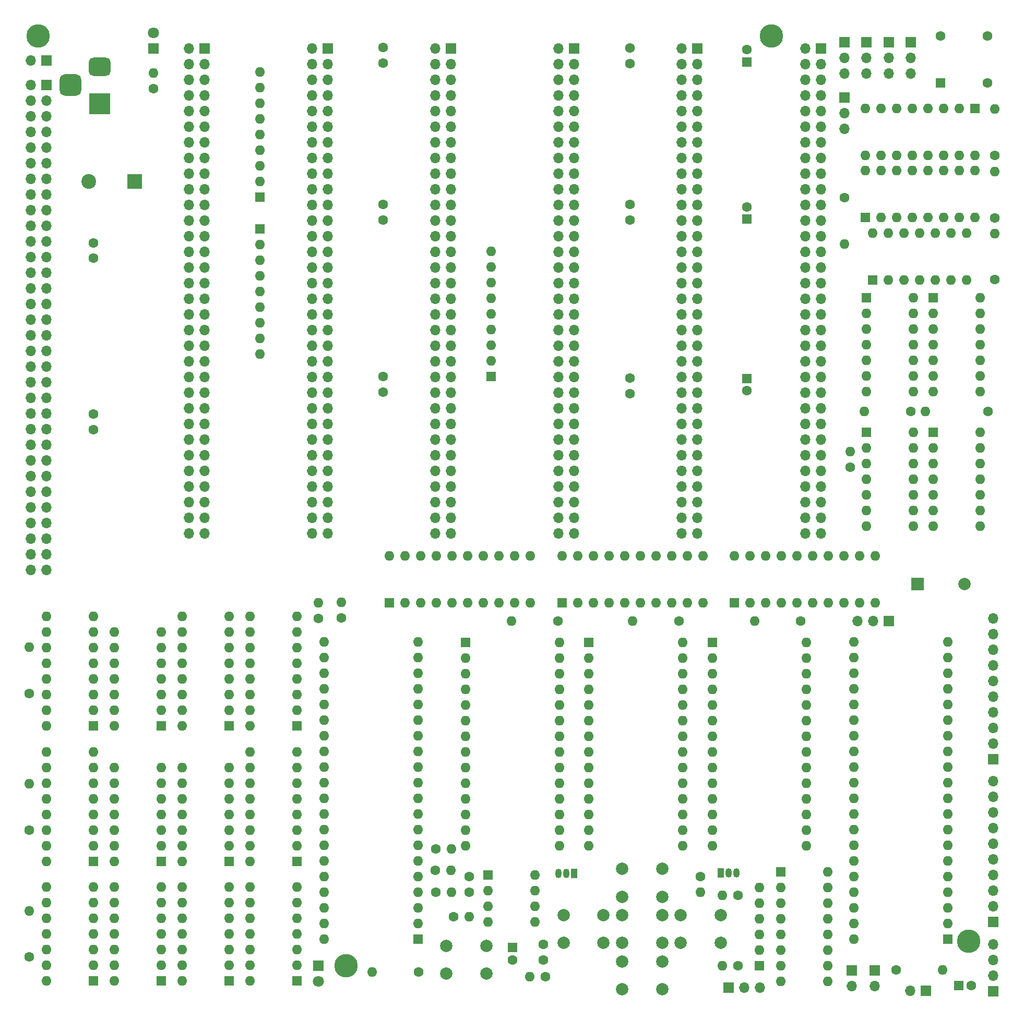
<source format=gbr>
%TF.GenerationSoftware,KiCad,Pcbnew,(7.0.0)*%
%TF.CreationDate,2023-04-03T18:31:55+02:00*%
%TF.ProjectId,EXP6502,45585036-3530-4322-9e6b-696361645f70,rev?*%
%TF.SameCoordinates,Original*%
%TF.FileFunction,Soldermask,Top*%
%TF.FilePolarity,Negative*%
%FSLAX46Y46*%
G04 Gerber Fmt 4.6, Leading zero omitted, Abs format (unit mm)*
G04 Created by KiCad (PCBNEW (7.0.0)) date 2023-04-03 18:31:55*
%MOMM*%
%LPD*%
G01*
G04 APERTURE LIST*
G04 Aperture macros list*
%AMRoundRect*
0 Rectangle with rounded corners*
0 $1 Rounding radius*
0 $2 $3 $4 $5 $6 $7 $8 $9 X,Y pos of 4 corners*
0 Add a 4 corners polygon primitive as box body*
4,1,4,$2,$3,$4,$5,$6,$7,$8,$9,$2,$3,0*
0 Add four circle primitives for the rounded corners*
1,1,$1+$1,$2,$3*
1,1,$1+$1,$4,$5*
1,1,$1+$1,$6,$7*
1,1,$1+$1,$8,$9*
0 Add four rect primitives between the rounded corners*
20,1,$1+$1,$2,$3,$4,$5,0*
20,1,$1+$1,$4,$5,$6,$7,0*
20,1,$1+$1,$6,$7,$8,$9,0*
20,1,$1+$1,$8,$9,$2,$3,0*%
G04 Aperture macros list end*
%ADD10C,1.600000*%
%ADD11O,1.600000X1.600000*%
%ADD12R,1.600000X1.600000*%
%ADD13R,1.700000X1.700000*%
%ADD14O,1.700000X1.700000*%
%ADD15C,3.800000*%
%ADD16R,1.050000X1.500000*%
%ADD17O,1.050000X1.500000*%
%ADD18C,2.000000*%
%ADD19R,2.000000X2.000000*%
%ADD20R,1.800000X1.800000*%
%ADD21C,1.800000*%
%ADD22R,3.500000X3.500000*%
%ADD23RoundRect,0.750000X-1.000000X0.750000X-1.000000X-0.750000X1.000000X-0.750000X1.000000X0.750000X0*%
%ADD24RoundRect,0.875000X-0.875000X0.875000X-0.875000X-0.875000X0.875000X-0.875000X0.875000X0.875000X0*%
%ADD25R,2.400000X2.400000*%
%ADD26C,2.400000*%
G04 APERTURE END LIST*
D10*
%TO.C,R2*%
X21750000Y-11545000D03*
D11*
X21749999Y-9004999D03*
%TD*%
D12*
%TO.C,U15*%
X22999999Y-136999999D03*
D11*
X22999999Y-134459999D03*
X22999999Y-131919999D03*
X22999999Y-129379999D03*
X22999999Y-126839999D03*
X22999999Y-124299999D03*
X22999999Y-121759999D03*
X15379999Y-121759999D03*
X15379999Y-124299999D03*
X15379999Y-126839999D03*
X15379999Y-129379999D03*
X15379999Y-131919999D03*
X15379999Y-134459999D03*
X15379999Y-136999999D03*
%TD*%
D13*
%TO.C,J11*%
X4364999Y-6999999D03*
D14*
X1824999Y-6999999D03*
%TD*%
D12*
%TO.C,U5*%
X112384999Y-101459999D03*
D11*
X112384999Y-103999999D03*
X112384999Y-106539999D03*
X112384999Y-109079999D03*
X112384999Y-111619999D03*
X112384999Y-114159999D03*
X112384999Y-116699999D03*
X112384999Y-119239999D03*
X112384999Y-121779999D03*
X112384999Y-124319999D03*
X112384999Y-126859999D03*
X112384999Y-129399999D03*
X112384999Y-131939999D03*
X112384999Y-134479999D03*
X127624999Y-134479999D03*
X127624999Y-131939999D03*
X127624999Y-129399999D03*
X127624999Y-126859999D03*
X127624999Y-124319999D03*
X127624999Y-121779999D03*
X127624999Y-119239999D03*
X127624999Y-116699999D03*
X127624999Y-114159999D03*
X127624999Y-111619999D03*
X127624999Y-109079999D03*
X127624999Y-106539999D03*
X127624999Y-103999999D03*
X127624999Y-101459999D03*
%TD*%
D12*
%TO.C,U3*%
X72384999Y-101459999D03*
D11*
X72384999Y-103999999D03*
X72384999Y-106539999D03*
X72384999Y-109079999D03*
X72384999Y-111619999D03*
X72384999Y-114159999D03*
X72384999Y-116699999D03*
X72384999Y-119239999D03*
X72384999Y-121779999D03*
X72384999Y-124319999D03*
X72384999Y-126859999D03*
X72384999Y-129399999D03*
X72384999Y-131939999D03*
X72384999Y-134479999D03*
X87624999Y-134479999D03*
X87624999Y-131939999D03*
X87624999Y-129399999D03*
X87624999Y-126859999D03*
X87624999Y-124319999D03*
X87624999Y-121779999D03*
X87624999Y-119239999D03*
X87624999Y-116699999D03*
X87624999Y-114159999D03*
X87624999Y-111619999D03*
X87624999Y-109079999D03*
X87624999Y-106539999D03*
X87624999Y-103999999D03*
X87624999Y-101459999D03*
%TD*%
D13*
%TO.C,J4*%
X69999999Y-4999999D03*
D14*
X67459999Y-4999999D03*
X69999999Y-7539999D03*
X67459999Y-7539999D03*
X69999999Y-10079999D03*
X67459999Y-10079999D03*
X69999999Y-12619999D03*
X67459999Y-12619999D03*
X69999999Y-15159999D03*
X67459999Y-15159999D03*
X69999999Y-17699999D03*
X67459999Y-17699999D03*
X69999999Y-20239999D03*
X67459999Y-20239999D03*
X69999999Y-22779999D03*
X67459999Y-22779999D03*
X69999999Y-25319999D03*
X67459999Y-25319999D03*
X69999999Y-27859999D03*
X67459999Y-27859999D03*
X69999999Y-30399999D03*
X67459999Y-30399999D03*
X69999999Y-32939999D03*
X67459999Y-32939999D03*
X69999999Y-35479999D03*
X67459999Y-35479999D03*
X69999999Y-38019999D03*
X67459999Y-38019999D03*
X69999999Y-40559999D03*
X67459999Y-40559999D03*
X69999999Y-43099999D03*
X67459999Y-43099999D03*
X69999999Y-45639999D03*
X67459999Y-45639999D03*
X69999999Y-48179999D03*
X67459999Y-48179999D03*
X69999999Y-50719999D03*
X67459999Y-50719999D03*
X69999999Y-53259999D03*
X67459999Y-53259999D03*
X69999999Y-55799999D03*
X67459999Y-55799999D03*
X69999999Y-58339999D03*
X67459999Y-58339999D03*
X69999999Y-60879999D03*
X67459999Y-60879999D03*
X69999999Y-63419999D03*
X67459999Y-63419999D03*
X69999999Y-65959999D03*
X67459999Y-65959999D03*
X69999999Y-68499999D03*
X67459999Y-68499999D03*
X69999999Y-71039999D03*
X67459999Y-71039999D03*
X69999999Y-73579999D03*
X67459999Y-73579999D03*
X69999999Y-76119999D03*
X67459999Y-76119999D03*
X69999999Y-78659999D03*
X67459999Y-78659999D03*
X69999999Y-81199999D03*
X67459999Y-81199999D03*
X69999999Y-83739999D03*
X67459999Y-83739999D03*
%TD*%
D13*
%TO.C,J6*%
X109999999Y-4999999D03*
D14*
X107459999Y-4999999D03*
X109999999Y-7539999D03*
X107459999Y-7539999D03*
X109999999Y-10079999D03*
X107459999Y-10079999D03*
X109999999Y-12619999D03*
X107459999Y-12619999D03*
X109999999Y-15159999D03*
X107459999Y-15159999D03*
X109999999Y-17699999D03*
X107459999Y-17699999D03*
X109999999Y-20239999D03*
X107459999Y-20239999D03*
X109999999Y-22779999D03*
X107459999Y-22779999D03*
X109999999Y-25319999D03*
X107459999Y-25319999D03*
X109999999Y-27859999D03*
X107459999Y-27859999D03*
X109999999Y-30399999D03*
X107459999Y-30399999D03*
X109999999Y-32939999D03*
X107459999Y-32939999D03*
X109999999Y-35479999D03*
X107459999Y-35479999D03*
X109999999Y-38019999D03*
X107459999Y-38019999D03*
X109999999Y-40559999D03*
X107459999Y-40559999D03*
X109999999Y-43099999D03*
X107459999Y-43099999D03*
X109999999Y-45639999D03*
X107459999Y-45639999D03*
X109999999Y-48179999D03*
X107459999Y-48179999D03*
X109999999Y-50719999D03*
X107459999Y-50719999D03*
X109999999Y-53259999D03*
X107459999Y-53259999D03*
X109999999Y-55799999D03*
X107459999Y-55799999D03*
X109999999Y-58339999D03*
X107459999Y-58339999D03*
X109999999Y-60879999D03*
X107459999Y-60879999D03*
X109999999Y-63419999D03*
X107459999Y-63419999D03*
X109999999Y-65959999D03*
X107459999Y-65959999D03*
X109999999Y-68499999D03*
X107459999Y-68499999D03*
X109999999Y-71039999D03*
X107459999Y-71039999D03*
X109999999Y-73579999D03*
X107459999Y-73579999D03*
X109999999Y-76119999D03*
X107459999Y-76119999D03*
X109999999Y-78659999D03*
X107459999Y-78659999D03*
X109999999Y-81199999D03*
X107459999Y-81199999D03*
X109999999Y-83739999D03*
X107459999Y-83739999D03*
%TD*%
D12*
%TO.C,U11*%
X33999999Y-156399999D03*
D11*
X33999999Y-153859999D03*
X33999999Y-151319999D03*
X33999999Y-148779999D03*
X33999999Y-146239999D03*
X33999999Y-143699999D03*
X33999999Y-141159999D03*
X26379999Y-141159999D03*
X26379999Y-143699999D03*
X26379999Y-146239999D03*
X26379999Y-148779999D03*
X26379999Y-151319999D03*
X26379999Y-153859999D03*
X26379999Y-156399999D03*
%TD*%
D12*
%TO.C,U1*%
X64624999Y-149639999D03*
D11*
X64624999Y-147099999D03*
X64624999Y-144559999D03*
X64624999Y-142019999D03*
X64624999Y-139479999D03*
X64624999Y-136939999D03*
X64624999Y-134399999D03*
X64624999Y-131859999D03*
X64624999Y-129319999D03*
X64624999Y-126779999D03*
X64624999Y-124239999D03*
X64624999Y-121699999D03*
X64624999Y-119159999D03*
X64624999Y-116619999D03*
X64624999Y-114079999D03*
X64624999Y-111539999D03*
X64624999Y-108999999D03*
X64624999Y-106459999D03*
X64624999Y-103919999D03*
X64624999Y-101379999D03*
X49384999Y-101379999D03*
X49384999Y-103919999D03*
X49384999Y-106459999D03*
X49384999Y-108999999D03*
X49384999Y-111539999D03*
X49384999Y-114079999D03*
X49384999Y-116619999D03*
X49384999Y-119159999D03*
X49384999Y-121699999D03*
X49384999Y-124239999D03*
X49384999Y-126779999D03*
X49384999Y-129319999D03*
X49384999Y-131859999D03*
X49384999Y-134399999D03*
X49384999Y-136939999D03*
X49384999Y-139479999D03*
X49384999Y-142019999D03*
X49384999Y-144559999D03*
X49384999Y-147099999D03*
X49384999Y-149639999D03*
%TD*%
D10*
%TO.C,R5*%
X134750000Y-73040000D03*
D11*
X134749999Y-70499999D03*
%TD*%
D12*
%TO.C,U29*%
X123499999Y-138759999D03*
D11*
X123499999Y-141299999D03*
X123499999Y-143839999D03*
X123499999Y-146379999D03*
X123499999Y-148919999D03*
X123499999Y-151459999D03*
X123499999Y-153999999D03*
X123499999Y-156539999D03*
X131119999Y-156539999D03*
X131119999Y-153999999D03*
X131119999Y-151459999D03*
X131119999Y-148919999D03*
X131119999Y-146379999D03*
X131119999Y-143839999D03*
X131119999Y-141299999D03*
X131119999Y-138759999D03*
%TD*%
D12*
%TO.C,U2*%
X150624999Y-149619999D03*
D11*
X150624999Y-147079999D03*
X150624999Y-144539999D03*
X150624999Y-141999999D03*
X150624999Y-139459999D03*
X150624999Y-136919999D03*
X150624999Y-134379999D03*
X150624999Y-131839999D03*
X150624999Y-129299999D03*
X150624999Y-126759999D03*
X150624999Y-124219999D03*
X150624999Y-121679999D03*
X150624999Y-119139999D03*
X150624999Y-116599999D03*
X150624999Y-114059999D03*
X150624999Y-111519999D03*
X150624999Y-108979999D03*
X150624999Y-106439999D03*
X150624999Y-103899999D03*
X150624999Y-101359999D03*
X135384999Y-101359999D03*
X135384999Y-103899999D03*
X135384999Y-106439999D03*
X135384999Y-108979999D03*
X135384999Y-111519999D03*
X135384999Y-114059999D03*
X135384999Y-116599999D03*
X135384999Y-119139999D03*
X135384999Y-121679999D03*
X135384999Y-124219999D03*
X135384999Y-126759999D03*
X135384999Y-129299999D03*
X135384999Y-131839999D03*
X135384999Y-134379999D03*
X135384999Y-136919999D03*
X135384999Y-139459999D03*
X135384999Y-141999999D03*
X135384999Y-144539999D03*
X135384999Y-147079999D03*
X135384999Y-149619999D03*
%TD*%
D10*
%TO.C,C25*%
X12000000Y-39100000D03*
X12000000Y-36600000D03*
%TD*%
D15*
%TO.C,H2*%
X122000000Y-3000000D03*
%TD*%
D12*
%TO.C,U27*%
X138374999Y-42599999D03*
D11*
X140914999Y-42599999D03*
X143454999Y-42599999D03*
X145994999Y-42599999D03*
X148534999Y-42599999D03*
X151074999Y-42599999D03*
X153614999Y-42599999D03*
X153614999Y-34979999D03*
X151074999Y-34979999D03*
X148534999Y-34979999D03*
X145994999Y-34979999D03*
X143454999Y-34979999D03*
X140914999Y-34979999D03*
X138374999Y-34979999D03*
%TD*%
D10*
%TO.C,C3*%
X87350000Y-98000000D03*
D11*
X79849999Y-97999999D03*
%TD*%
D10*
%TO.C,R13*%
X116545000Y-154000000D03*
D11*
X114004999Y-153999999D03*
%TD*%
D10*
%TO.C,C8*%
X1600000Y-152550000D03*
D11*
X1599999Y-145049999D03*
%TD*%
D10*
%TO.C,R9*%
X67455000Y-138500000D03*
D11*
X69994999Y-138499999D03*
%TD*%
D13*
%TO.C,JP3*%
X133799999Y-3999999D03*
D14*
X133799999Y-6539999D03*
X133799999Y-9079999D03*
%TD*%
D10*
%TO.C,C21*%
X99000000Y-58550000D03*
X99000000Y-61050000D03*
%TD*%
D13*
%TO.C,J7*%
X129999999Y-4999999D03*
D14*
X127459999Y-4999999D03*
X129999999Y-7539999D03*
X127459999Y-7539999D03*
X129999999Y-10079999D03*
X127459999Y-10079999D03*
X129999999Y-12619999D03*
X127459999Y-12619999D03*
X129999999Y-15159999D03*
X127459999Y-15159999D03*
X129999999Y-17699999D03*
X127459999Y-17699999D03*
X129999999Y-20239999D03*
X127459999Y-20239999D03*
X129999999Y-22779999D03*
X127459999Y-22779999D03*
X129999999Y-25319999D03*
X127459999Y-25319999D03*
X129999999Y-27859999D03*
X127459999Y-27859999D03*
X129999999Y-30399999D03*
X127459999Y-30399999D03*
X129999999Y-32939999D03*
X127459999Y-32939999D03*
X129999999Y-35479999D03*
X127459999Y-35479999D03*
X129999999Y-38019999D03*
X127459999Y-38019999D03*
X129999999Y-40559999D03*
X127459999Y-40559999D03*
X129999999Y-43099999D03*
X127459999Y-43099999D03*
X129999999Y-45639999D03*
X127459999Y-45639999D03*
X129999999Y-48179999D03*
X127459999Y-48179999D03*
X129999999Y-50719999D03*
X127459999Y-50719999D03*
X129999999Y-53259999D03*
X127459999Y-53259999D03*
X129999999Y-55799999D03*
X127459999Y-55799999D03*
X129999999Y-58339999D03*
X127459999Y-58339999D03*
X129999999Y-60879999D03*
X127459999Y-60879999D03*
X129999999Y-63419999D03*
X127459999Y-63419999D03*
X129999999Y-65959999D03*
X127459999Y-65959999D03*
X129999999Y-68499999D03*
X127459999Y-68499999D03*
X129999999Y-71039999D03*
X127459999Y-71039999D03*
X129999999Y-73579999D03*
X127459999Y-73579999D03*
X129999999Y-76119999D03*
X127459999Y-76119999D03*
X129999999Y-78659999D03*
X127459999Y-78659999D03*
X129999999Y-81199999D03*
X127459999Y-81199999D03*
X129999999Y-83739999D03*
X127459999Y-83739999D03*
%TD*%
D10*
%TO.C,R8*%
X67500000Y-135000000D03*
D11*
X70039999Y-134999999D03*
%TD*%
D12*
%TO.C,C13*%
X152399999Y-157199999D03*
D10*
X154400000Y-157200000D03*
%TD*%
D12*
%TO.C,U25*%
X148199999Y-45499999D03*
D11*
X148199999Y-48039999D03*
X148199999Y-50579999D03*
X148199999Y-53119999D03*
X148199999Y-55659999D03*
X148199999Y-58199999D03*
X148199999Y-60739999D03*
X155819999Y-60739999D03*
X155819999Y-58199999D03*
X155819999Y-55659999D03*
X155819999Y-53119999D03*
X155819999Y-50579999D03*
X155819999Y-48039999D03*
X155819999Y-45499999D03*
%TD*%
D12*
%TO.C,RN4*%
X76499999Y-58309999D03*
D11*
X76499999Y-55769999D03*
X76499999Y-53229999D03*
X76499999Y-50689999D03*
X76499999Y-48149999D03*
X76499999Y-45609999D03*
X76499999Y-43069999D03*
X76499999Y-40529999D03*
X76499999Y-37989999D03*
%TD*%
D12*
%TO.C,U19*%
X59999999Y-94999999D03*
D11*
X62539999Y-94999999D03*
X65079999Y-94999999D03*
X67619999Y-94999999D03*
X70159999Y-94999999D03*
X72699999Y-94999999D03*
X75239999Y-94999999D03*
X77779999Y-94999999D03*
X80319999Y-94999999D03*
X82859999Y-94999999D03*
X82859999Y-87379999D03*
X80319999Y-87379999D03*
X77779999Y-87379999D03*
X75239999Y-87379999D03*
X72699999Y-87379999D03*
X70159999Y-87379999D03*
X67619999Y-87379999D03*
X65079999Y-87379999D03*
X62539999Y-87379999D03*
X59999999Y-87379999D03*
%TD*%
D13*
%TO.C,J2*%
X29999999Y-4999999D03*
D14*
X27459999Y-4999999D03*
X29999999Y-7539999D03*
X27459999Y-7539999D03*
X29999999Y-10079999D03*
X27459999Y-10079999D03*
X29999999Y-12619999D03*
X27459999Y-12619999D03*
X29999999Y-15159999D03*
X27459999Y-15159999D03*
X29999999Y-17699999D03*
X27459999Y-17699999D03*
X29999999Y-20239999D03*
X27459999Y-20239999D03*
X29999999Y-22779999D03*
X27459999Y-22779999D03*
X29999999Y-25319999D03*
X27459999Y-25319999D03*
X29999999Y-27859999D03*
X27459999Y-27859999D03*
X29999999Y-30399999D03*
X27459999Y-30399999D03*
X29999999Y-32939999D03*
X27459999Y-32939999D03*
X29999999Y-35479999D03*
X27459999Y-35479999D03*
X29999999Y-38019999D03*
X27459999Y-38019999D03*
X29999999Y-40559999D03*
X27459999Y-40559999D03*
X29999999Y-43099999D03*
X27459999Y-43099999D03*
X29999999Y-45639999D03*
X27459999Y-45639999D03*
X29999999Y-48179999D03*
X27459999Y-48179999D03*
X29999999Y-50719999D03*
X27459999Y-50719999D03*
X29999999Y-53259999D03*
X27459999Y-53259999D03*
X29999999Y-55799999D03*
X27459999Y-55799999D03*
X29999999Y-58339999D03*
X27459999Y-58339999D03*
X29999999Y-60879999D03*
X27459999Y-60879999D03*
X29999999Y-63419999D03*
X27459999Y-63419999D03*
X29999999Y-65959999D03*
X27459999Y-65959999D03*
X29999999Y-68499999D03*
X27459999Y-68499999D03*
X29999999Y-71039999D03*
X27459999Y-71039999D03*
X29999999Y-73579999D03*
X27459999Y-73579999D03*
X29999999Y-76119999D03*
X27459999Y-76119999D03*
X29999999Y-78659999D03*
X27459999Y-78659999D03*
X29999999Y-81199999D03*
X27459999Y-81199999D03*
X29999999Y-83739999D03*
X27459999Y-83739999D03*
%TD*%
D10*
%TO.C,C2*%
X142250000Y-154600000D03*
D11*
X149749999Y-154599999D03*
%TD*%
D10*
%TO.C,R6*%
X85295000Y-155750000D03*
D11*
X82754999Y-155749999D03*
%TD*%
D10*
%TO.C,C27*%
X73000000Y-142000000D03*
X73000000Y-139500000D03*
%TD*%
D15*
%TO.C,H3*%
X53000000Y-154000000D03*
%TD*%
D13*
%TO.C,J5*%
X89999999Y-4999999D03*
D14*
X87459999Y-4999999D03*
X89999999Y-7539999D03*
X87459999Y-7539999D03*
X89999999Y-10079999D03*
X87459999Y-10079999D03*
X89999999Y-12619999D03*
X87459999Y-12619999D03*
X89999999Y-15159999D03*
X87459999Y-15159999D03*
X89999999Y-17699999D03*
X87459999Y-17699999D03*
X89999999Y-20239999D03*
X87459999Y-20239999D03*
X89999999Y-22779999D03*
X87459999Y-22779999D03*
X89999999Y-25319999D03*
X87459999Y-25319999D03*
X89999999Y-27859999D03*
X87459999Y-27859999D03*
X89999999Y-30399999D03*
X87459999Y-30399999D03*
X89999999Y-32939999D03*
X87459999Y-32939999D03*
X89999999Y-35479999D03*
X87459999Y-35479999D03*
X89999999Y-38019999D03*
X87459999Y-38019999D03*
X89999999Y-40559999D03*
X87459999Y-40559999D03*
X89999999Y-43099999D03*
X87459999Y-43099999D03*
X89999999Y-45639999D03*
X87459999Y-45639999D03*
X89999999Y-48179999D03*
X87459999Y-48179999D03*
X89999999Y-50719999D03*
X87459999Y-50719999D03*
X89999999Y-53259999D03*
X87459999Y-53259999D03*
X89999999Y-55799999D03*
X87459999Y-55799999D03*
X89999999Y-58339999D03*
X87459999Y-58339999D03*
X89999999Y-60879999D03*
X87459999Y-60879999D03*
X89999999Y-63419999D03*
X87459999Y-63419999D03*
X89999999Y-65959999D03*
X87459999Y-65959999D03*
X89999999Y-68499999D03*
X87459999Y-68499999D03*
X89999999Y-71039999D03*
X87459999Y-71039999D03*
X89999999Y-73579999D03*
X87459999Y-73579999D03*
X89999999Y-76119999D03*
X87459999Y-76119999D03*
X89999999Y-78659999D03*
X87459999Y-78659999D03*
X89999999Y-81199999D03*
X87459999Y-81199999D03*
X89999999Y-83739999D03*
X87459999Y-83739999D03*
%TD*%
D10*
%TO.C,C10*%
X133800000Y-29250000D03*
D11*
X133799999Y-36749999D03*
%TD*%
D13*
%TO.C,JP2*%
X137399999Y-3999999D03*
D14*
X137399999Y-6539999D03*
X137399999Y-9079999D03*
%TD*%
D12*
%TO.C,U10*%
X11999999Y-156399999D03*
D11*
X11999999Y-153859999D03*
X11999999Y-151319999D03*
X11999999Y-148779999D03*
X11999999Y-146239999D03*
X11999999Y-143699999D03*
X11999999Y-141159999D03*
X4379999Y-141159999D03*
X4379999Y-143699999D03*
X4379999Y-146239999D03*
X4379999Y-148779999D03*
X4379999Y-151319999D03*
X4379999Y-153859999D03*
X4379999Y-156399999D03*
%TD*%
D15*
%TO.C,H1*%
X3000000Y-3000000D03*
%TD*%
D16*
%TO.C,Q1*%
X89999999Y-138999999D03*
D17*
X88729999Y-138999999D03*
X87459999Y-138999999D03*
%TD*%
D10*
%TO.C,C16*%
X158250000Y-42550000D03*
D11*
X158249999Y-35049999D03*
%TD*%
D10*
%TO.C,C19*%
X99000000Y-7450000D03*
X99000000Y-4950000D03*
%TD*%
%TO.C,C14*%
X158250000Y-22350000D03*
D11*
X158249999Y-14849999D03*
%TD*%
D10*
%TO.C,C1*%
X64750000Y-155000000D03*
D11*
X57249999Y-154999999D03*
%TD*%
D12*
%TO.C,U8*%
X33999999Y-114999999D03*
D11*
X33999999Y-112459999D03*
X33999999Y-109919999D03*
X33999999Y-107379999D03*
X33999999Y-104839999D03*
X33999999Y-102299999D03*
X33999999Y-99759999D03*
X33999999Y-97219999D03*
X26379999Y-97219999D03*
X26379999Y-99759999D03*
X26379999Y-102299999D03*
X26379999Y-104839999D03*
X26379999Y-107379999D03*
X26379999Y-109919999D03*
X26379999Y-112459999D03*
X26379999Y-114999999D03*
%TD*%
D10*
%TO.C,R4*%
X52250000Y-97500000D03*
D11*
X52249999Y-94959999D03*
%TD*%
D13*
%TO.C,JP6*%
X134999999Y-154749999D03*
D14*
X134999999Y-157289999D03*
%TD*%
D12*
%TO.C,U21*%
X137349999Y-67374999D03*
D11*
X137349999Y-69914999D03*
X137349999Y-72454999D03*
X137349999Y-74994999D03*
X137349999Y-77534999D03*
X137349999Y-80074999D03*
X137349999Y-82614999D03*
X144969999Y-82614999D03*
X144969999Y-80074999D03*
X144969999Y-77534999D03*
X144969999Y-74994999D03*
X144969999Y-72454999D03*
X144969999Y-69914999D03*
X144969999Y-67374999D03*
%TD*%
D18*
%TO.C,SW5*%
X97750000Y-145750000D03*
X104250000Y-145750000D03*
X97750000Y-150250000D03*
X104250000Y-150250000D03*
%TD*%
D12*
%TO.C,U23*%
X154999999Y-14749999D03*
D11*
X152459999Y-14749999D03*
X149919999Y-14749999D03*
X147379999Y-14749999D03*
X144839999Y-14749999D03*
X142299999Y-14749999D03*
X139759999Y-14749999D03*
X137219999Y-14749999D03*
X137219999Y-22369999D03*
X139759999Y-22369999D03*
X142299999Y-22369999D03*
X144839999Y-22369999D03*
X147379999Y-22369999D03*
X149919999Y-22369999D03*
X152459999Y-22369999D03*
X154999999Y-22369999D03*
%TD*%
D13*
%TO.C,JP5*%
X138749999Y-154749999D03*
D14*
X138749999Y-157289999D03*
%TD*%
D12*
%TO.C,RN1*%
X119999999Y-153999999D03*
D11*
X119999999Y-151459999D03*
X119999999Y-148919999D03*
X119999999Y-146379999D03*
X119999999Y-143839999D03*
X119999999Y-141299999D03*
%TD*%
D12*
%TO.C,C29*%
X79999999Y-150999999D03*
D10*
X80000000Y-153000000D03*
%TD*%
%TO.C,R11*%
X116545000Y-142500000D03*
D11*
X114004999Y-142499999D03*
%TD*%
D10*
%TO.C,C26*%
X12000000Y-64400000D03*
X12000000Y-66900000D03*
%TD*%
D12*
%TO.C,U28*%
X75999999Y-139199999D03*
D11*
X75999999Y-141739999D03*
X75999999Y-144279999D03*
X75999999Y-146819999D03*
X83619999Y-146819999D03*
X83619999Y-144279999D03*
X83619999Y-141739999D03*
X83619999Y-139199999D03*
%TD*%
D10*
%TO.C,R7*%
X67500000Y-142000000D03*
D11*
X70039999Y-141999999D03*
%TD*%
D13*
%TO.C,JP9*%
X133799999Y-12999999D03*
D14*
X133799999Y-15539999D03*
X133799999Y-18079999D03*
%TD*%
D10*
%TO.C,C15*%
X158250000Y-32550000D03*
D11*
X158249999Y-25049999D03*
%TD*%
D13*
%TO.C,J1*%
X4339999Y-10999999D03*
D14*
X1799999Y-10999999D03*
X4339999Y-13539999D03*
X1799999Y-13539999D03*
X4339999Y-16079999D03*
X1799999Y-16079999D03*
X4339999Y-18619999D03*
X1799999Y-18619999D03*
X4339999Y-21159999D03*
X1799999Y-21159999D03*
X4339999Y-23699999D03*
X1799999Y-23699999D03*
X4339999Y-26239999D03*
X1799999Y-26239999D03*
X4339999Y-28779999D03*
X1799999Y-28779999D03*
X4339999Y-31319999D03*
X1799999Y-31319999D03*
X4339999Y-33859999D03*
X1799999Y-33859999D03*
X4339999Y-36399999D03*
X1799999Y-36399999D03*
X4339999Y-38939999D03*
X1799999Y-38939999D03*
X4339999Y-41479999D03*
X1799999Y-41479999D03*
X4339999Y-44019999D03*
X1799999Y-44019999D03*
X4339999Y-46559999D03*
X1799999Y-46559999D03*
X4339999Y-49099999D03*
X1799999Y-49099999D03*
X4339999Y-51639999D03*
X1799999Y-51639999D03*
X4339999Y-54179999D03*
X1799999Y-54179999D03*
X4339999Y-56719999D03*
X1799999Y-56719999D03*
X4339999Y-59259999D03*
X1799999Y-59259999D03*
X4339999Y-61799999D03*
X1799999Y-61799999D03*
X4339999Y-64339999D03*
X1799999Y-64339999D03*
X4339999Y-66879999D03*
X1799999Y-66879999D03*
X4339999Y-69419999D03*
X1799999Y-69419999D03*
X4339999Y-71959999D03*
X1799999Y-71959999D03*
X4339999Y-74499999D03*
X1799999Y-74499999D03*
X4339999Y-77039999D03*
X1799999Y-77039999D03*
X4339999Y-79579999D03*
X1799999Y-79579999D03*
X4339999Y-82119999D03*
X1799999Y-82119999D03*
X4339999Y-84659999D03*
X1799999Y-84659999D03*
X4339999Y-87199999D03*
X1799999Y-87199999D03*
X4339999Y-89739999D03*
X1799999Y-89739999D03*
%TD*%
D13*
%TO.C,J10*%
X157999999Y-158139999D03*
D14*
X157999999Y-155599999D03*
X157999999Y-153059999D03*
X157999999Y-150519999D03*
%TD*%
D10*
%TO.C,C22*%
X59000000Y-7400000D03*
X59000000Y-4900000D03*
%TD*%
D13*
%TO.C,JP7*%
X114999999Y-157499999D03*
D14*
X117539999Y-157499999D03*
X120079999Y-157499999D03*
%TD*%
D12*
%TO.C,C12*%
X117999999Y-7199999D03*
D10*
X118000000Y-5200000D03*
%TD*%
D12*
%TO.C,U13*%
X22999999Y-114999999D03*
D11*
X22999999Y-112459999D03*
X22999999Y-109919999D03*
X22999999Y-107379999D03*
X22999999Y-104839999D03*
X22999999Y-102299999D03*
X22999999Y-99759999D03*
X15379999Y-99759999D03*
X15379999Y-102299999D03*
X15379999Y-104839999D03*
X15379999Y-107379999D03*
X15379999Y-109919999D03*
X15379999Y-112459999D03*
X15379999Y-114999999D03*
%TD*%
D15*
%TO.C,H4*%
X154000000Y-150000000D03*
%TD*%
D10*
%TO.C,R10*%
X70455000Y-146000000D03*
D11*
X72994999Y-145999999D03*
%TD*%
D12*
%TO.C,U17*%
X44999999Y-136999999D03*
D11*
X44999999Y-134459999D03*
X44999999Y-131919999D03*
X44999999Y-129379999D03*
X44999999Y-126839999D03*
X44999999Y-124299999D03*
X44999999Y-121759999D03*
X44999999Y-119219999D03*
X37379999Y-119219999D03*
X37379999Y-121759999D03*
X37379999Y-124299999D03*
X37379999Y-126839999D03*
X37379999Y-129379999D03*
X37379999Y-131919999D03*
X37379999Y-134459999D03*
X37379999Y-136999999D03*
%TD*%
D18*
%TO.C,SW4*%
X107250000Y-145750000D03*
X113750000Y-145750000D03*
X107250000Y-150250000D03*
X113750000Y-150250000D03*
%TD*%
D13*
%TO.C,JP1*%
X140999999Y-3999999D03*
D14*
X140999999Y-6539999D03*
X140999999Y-9079999D03*
%TD*%
D12*
%TO.C,U7*%
X11999999Y-114999999D03*
D11*
X11999999Y-112459999D03*
X11999999Y-109919999D03*
X11999999Y-107379999D03*
X11999999Y-104839999D03*
X11999999Y-102299999D03*
X11999999Y-99759999D03*
X11999999Y-97219999D03*
X4379999Y-97219999D03*
X4379999Y-99759999D03*
X4379999Y-102299999D03*
X4379999Y-104839999D03*
X4379999Y-107379999D03*
X4379999Y-109919999D03*
X4379999Y-112459999D03*
X4379999Y-114999999D03*
%TD*%
D12*
%TO.C,U22*%
X148199999Y-67374999D03*
D11*
X148199999Y-69914999D03*
X148199999Y-72454999D03*
X148199999Y-74994999D03*
X148199999Y-77534999D03*
X148199999Y-80074999D03*
X148199999Y-82614999D03*
X155819999Y-82614999D03*
X155819999Y-80074999D03*
X155819999Y-77534999D03*
X155819999Y-74994999D03*
X155819999Y-72454999D03*
X155819999Y-69914999D03*
X155819999Y-67374999D03*
%TD*%
D19*
%TO.C,LS1*%
X145699999Y-91999999D03*
D18*
X153300000Y-92000000D03*
%TD*%
%TO.C,SW3*%
X88250000Y-145750000D03*
X94750000Y-145750000D03*
X88250000Y-150250000D03*
X94750000Y-150250000D03*
%TD*%
D13*
%TO.C,J8*%
X157999999Y-146859999D03*
D14*
X157999999Y-144319999D03*
X157999999Y-141779999D03*
X157999999Y-139239999D03*
X157999999Y-136699999D03*
X157999999Y-134159999D03*
X157999999Y-131619999D03*
X157999999Y-129079999D03*
X157999999Y-126539999D03*
X157999999Y-123999999D03*
%TD*%
D12*
%TO.C,C17*%
X117999999Y-32755112D03*
D10*
X118000000Y-30755113D03*
%TD*%
D12*
%TO.C,RN3*%
X38999999Y-34289999D03*
D11*
X38999999Y-36829999D03*
X38999999Y-39369999D03*
X38999999Y-41909999D03*
X38999999Y-44449999D03*
X38999999Y-46989999D03*
X38999999Y-49529999D03*
X38999999Y-52069999D03*
X38999999Y-54609999D03*
%TD*%
D13*
%TO.C,JP4*%
X146999999Y-157999999D03*
D14*
X144459999Y-157999999D03*
%TD*%
D12*
%TO.C,U9*%
X22999999Y-156399999D03*
D11*
X22999999Y-153859999D03*
X22999999Y-151319999D03*
X22999999Y-148779999D03*
X22999999Y-146239999D03*
X22999999Y-143699999D03*
X22999999Y-141159999D03*
X15379999Y-141159999D03*
X15379999Y-143699999D03*
X15379999Y-146239999D03*
X15379999Y-148779999D03*
X15379999Y-151319999D03*
X15379999Y-153859999D03*
X15379999Y-156399999D03*
%TD*%
D10*
%TO.C,C28*%
X85000000Y-150500000D03*
X85000000Y-153000000D03*
%TD*%
%TO.C,C7*%
X1600000Y-131950000D03*
D11*
X1599999Y-124449999D03*
%TD*%
D10*
%TO.C,C20*%
X99000000Y-32850000D03*
X99000000Y-30350000D03*
%TD*%
D12*
%TO.C,U20*%
X115999999Y-94999999D03*
D11*
X118539999Y-94999999D03*
X121079999Y-94999999D03*
X123619999Y-94999999D03*
X126159999Y-94999999D03*
X128699999Y-94999999D03*
X131239999Y-94999999D03*
X133779999Y-94999999D03*
X136319999Y-94999999D03*
X138859999Y-94999999D03*
X138859999Y-87379999D03*
X136319999Y-87379999D03*
X133779999Y-87379999D03*
X131239999Y-87379999D03*
X128699999Y-87379999D03*
X126159999Y-87379999D03*
X123619999Y-87379999D03*
X121079999Y-87379999D03*
X118539999Y-87379999D03*
X115999999Y-87379999D03*
%TD*%
D16*
%TO.C,Q2*%
X113729999Y-138859999D03*
D17*
X114999999Y-138859999D03*
X116269999Y-138859999D03*
%TD*%
D12*
%TO.C,U14*%
X33999999Y-136999999D03*
D11*
X33999999Y-134459999D03*
X33999999Y-131919999D03*
X33999999Y-129379999D03*
X33999999Y-126839999D03*
X33999999Y-124299999D03*
X33999999Y-121759999D03*
X26379999Y-121759999D03*
X26379999Y-124299999D03*
X26379999Y-126839999D03*
X26379999Y-129379999D03*
X26379999Y-131919999D03*
X26379999Y-134459999D03*
X26379999Y-136999999D03*
%TD*%
D13*
%TO.C,JP8*%
X141024999Y-97999999D03*
D14*
X138484999Y-97999999D03*
X135944999Y-97999999D03*
%TD*%
D18*
%TO.C,SW2*%
X97750000Y-153250000D03*
X104250000Y-153250000D03*
X97750000Y-157750000D03*
X104250000Y-157750000D03*
%TD*%
D12*
%TO.C,U24*%
X137249999Y-32499999D03*
D11*
X139789999Y-32499999D03*
X142329999Y-32499999D03*
X144869999Y-32499999D03*
X147409999Y-32499999D03*
X149949999Y-32499999D03*
X152489999Y-32499999D03*
X155029999Y-32499999D03*
X155029999Y-24879999D03*
X152489999Y-24879999D03*
X149949999Y-24879999D03*
X147409999Y-24879999D03*
X144869999Y-24879999D03*
X142329999Y-24879999D03*
X139789999Y-24879999D03*
X137249999Y-24879999D03*
%TD*%
D12*
%TO.C,C18*%
X117999999Y-58599999D03*
D10*
X118000000Y-60600000D03*
%TD*%
%TO.C,C23*%
X59000000Y-32850000D03*
X59000000Y-30350000D03*
%TD*%
%TO.C,C6*%
X1600000Y-109750000D03*
D11*
X1599999Y-102249999D03*
%TD*%
D18*
%TO.C,SW1*%
X97750000Y-138250000D03*
X104250000Y-138250000D03*
X97750000Y-142750000D03*
X104250000Y-142750000D03*
%TD*%
D10*
%TO.C,R12*%
X110500000Y-139500000D03*
D11*
X110499999Y-142039999D03*
%TD*%
D10*
%TO.C,C9*%
X144550000Y-64000000D03*
D11*
X137049999Y-63999999D03*
%TD*%
D13*
%TO.C,J3*%
X49999999Y-4999999D03*
D14*
X47459999Y-4999999D03*
X49999999Y-7539999D03*
X47459999Y-7539999D03*
X49999999Y-10079999D03*
X47459999Y-10079999D03*
X49999999Y-12619999D03*
X47459999Y-12619999D03*
X49999999Y-15159999D03*
X47459999Y-15159999D03*
X49999999Y-17699999D03*
X47459999Y-17699999D03*
X49999999Y-20239999D03*
X47459999Y-20239999D03*
X49999999Y-22779999D03*
X47459999Y-22779999D03*
X49999999Y-25319999D03*
X47459999Y-25319999D03*
X49999999Y-27859999D03*
X47459999Y-27859999D03*
X49999999Y-30399999D03*
X47459999Y-30399999D03*
X49999999Y-32939999D03*
X47459999Y-32939999D03*
X49999999Y-35479999D03*
X47459999Y-35479999D03*
X49999999Y-38019999D03*
X47459999Y-38019999D03*
X49999999Y-40559999D03*
X47459999Y-40559999D03*
X49999999Y-43099999D03*
X47459999Y-43099999D03*
X49999999Y-45639999D03*
X47459999Y-45639999D03*
X49999999Y-48179999D03*
X47459999Y-48179999D03*
X49999999Y-50719999D03*
X47459999Y-50719999D03*
X49999999Y-53259999D03*
X47459999Y-53259999D03*
X49999999Y-55799999D03*
X47459999Y-55799999D03*
X49999999Y-58339999D03*
X47459999Y-58339999D03*
X49999999Y-60879999D03*
X47459999Y-60879999D03*
X49999999Y-63419999D03*
X47459999Y-63419999D03*
X49999999Y-65959999D03*
X47459999Y-65959999D03*
X49999999Y-68499999D03*
X47459999Y-68499999D03*
X49999999Y-71039999D03*
X47459999Y-71039999D03*
X49999999Y-73579999D03*
X47459999Y-73579999D03*
X49999999Y-76119999D03*
X47459999Y-76119999D03*
X49999999Y-78659999D03*
X47459999Y-78659999D03*
X49999999Y-81199999D03*
X47459999Y-81199999D03*
X49999999Y-83739999D03*
X47459999Y-83739999D03*
%TD*%
D12*
%TO.C,U16*%
X44999999Y-114999999D03*
D11*
X44999999Y-112459999D03*
X44999999Y-109919999D03*
X44999999Y-107379999D03*
X44999999Y-104839999D03*
X44999999Y-102299999D03*
X44999999Y-99759999D03*
X44999999Y-97219999D03*
X37379999Y-97219999D03*
X37379999Y-99759999D03*
X37379999Y-102299999D03*
X37379999Y-104839999D03*
X37379999Y-107379999D03*
X37379999Y-109919999D03*
X37379999Y-112459999D03*
X37379999Y-114999999D03*
%TD*%
D12*
%TO.C,U26*%
X137349999Y-45499999D03*
D11*
X137349999Y-48039999D03*
X137349999Y-50579999D03*
X137349999Y-53119999D03*
X137349999Y-55659999D03*
X137349999Y-58199999D03*
X137349999Y-60739999D03*
X144969999Y-60739999D03*
X144969999Y-58199999D03*
X144969999Y-55659999D03*
X144969999Y-53119999D03*
X144969999Y-50579999D03*
X144969999Y-48039999D03*
X144969999Y-45499999D03*
%TD*%
D12*
%TO.C,RN2*%
X38999999Y-29169999D03*
D11*
X38999999Y-26629999D03*
X38999999Y-24089999D03*
X38999999Y-21549999D03*
X38999999Y-19009999D03*
X38999999Y-16469999D03*
X38999999Y-13929999D03*
X38999999Y-11389999D03*
X38999999Y-8849999D03*
%TD*%
D20*
%TO.C,D1*%
X48499999Y-153999999D03*
D21*
X48500000Y-156540000D03*
%TD*%
D10*
%TO.C,R1*%
X157080000Y-64000000D03*
D11*
X146919999Y-63999999D03*
%TD*%
D12*
%TO.C,U4*%
X92384999Y-101459999D03*
D11*
X92384999Y-103999999D03*
X92384999Y-106539999D03*
X92384999Y-109079999D03*
X92384999Y-111619999D03*
X92384999Y-114159999D03*
X92384999Y-116699999D03*
X92384999Y-119239999D03*
X92384999Y-121779999D03*
X92384999Y-124319999D03*
X92384999Y-126859999D03*
X92384999Y-129399999D03*
X92384999Y-131939999D03*
X92384999Y-134479999D03*
X107624999Y-134479999D03*
X107624999Y-131939999D03*
X107624999Y-129399999D03*
X107624999Y-126859999D03*
X107624999Y-124319999D03*
X107624999Y-121779999D03*
X107624999Y-119239999D03*
X107624999Y-116699999D03*
X107624999Y-114159999D03*
X107624999Y-111619999D03*
X107624999Y-109079999D03*
X107624999Y-106539999D03*
X107624999Y-103999999D03*
X107624999Y-101459999D03*
%TD*%
D13*
%TO.C,J9*%
X157999999Y-120459999D03*
D14*
X157999999Y-117919999D03*
X157999999Y-115379999D03*
X157999999Y-112839999D03*
X157999999Y-110299999D03*
X157999999Y-107759999D03*
X157999999Y-105219999D03*
X157999999Y-102679999D03*
X157999999Y-100139999D03*
X157999999Y-97599999D03*
%TD*%
D12*
%TO.C,X1*%
X149379999Y-10619999D03*
D10*
X157000000Y-10620000D03*
X157000000Y-3000000D03*
X149380000Y-3000000D03*
%TD*%
%TO.C,C5*%
X126750000Y-98000000D03*
D11*
X119249999Y-97999999D03*
%TD*%
D12*
%TO.C,U18*%
X87999999Y-94999999D03*
D11*
X90539999Y-94999999D03*
X93079999Y-94999999D03*
X95619999Y-94999999D03*
X98159999Y-94999999D03*
X100699999Y-94999999D03*
X103239999Y-94999999D03*
X105779999Y-94999999D03*
X108319999Y-94999999D03*
X110859999Y-94999999D03*
X110859999Y-87379999D03*
X108319999Y-87379999D03*
X105779999Y-87379999D03*
X103239999Y-87379999D03*
X100699999Y-87379999D03*
X98159999Y-87379999D03*
X95619999Y-87379999D03*
X93079999Y-87379999D03*
X90539999Y-87379999D03*
X87999999Y-87379999D03*
%TD*%
D20*
%TO.C,D2*%
X21749999Y-4999999D03*
D21*
X21750000Y-2460000D03*
%TD*%
D10*
%TO.C,C4*%
X107000000Y-98000000D03*
D11*
X99499999Y-97999999D03*
%TD*%
D12*
%TO.C,U12*%
X44999999Y-156399999D03*
D11*
X44999999Y-153859999D03*
X44999999Y-151319999D03*
X44999999Y-148779999D03*
X44999999Y-146239999D03*
X44999999Y-143699999D03*
X44999999Y-141159999D03*
X37379999Y-141159999D03*
X37379999Y-143699999D03*
X37379999Y-146239999D03*
X37379999Y-148779999D03*
X37379999Y-151319999D03*
X37379999Y-153859999D03*
X37379999Y-156399999D03*
%TD*%
D22*
%TO.C,J0*%
X12999999Y-13999999D03*
D23*
X13000000Y-8000000D03*
D24*
X8300000Y-11000000D03*
%TD*%
D25*
%TO.C,C11*%
X18712754Y-26599999D03*
D26*
X11212755Y-26600000D03*
%TD*%
D13*
%TO.C,JP0*%
X144599999Y-3999999D03*
D14*
X144599999Y-6539999D03*
X144599999Y-9079999D03*
%TD*%
D12*
%TO.C,U6*%
X11999999Y-136999999D03*
D11*
X11999999Y-134459999D03*
X11999999Y-131919999D03*
X11999999Y-129379999D03*
X11999999Y-126839999D03*
X11999999Y-124299999D03*
X11999999Y-121759999D03*
X11999999Y-119219999D03*
X4379999Y-119219999D03*
X4379999Y-121759999D03*
X4379999Y-124299999D03*
X4379999Y-126839999D03*
X4379999Y-129379999D03*
X4379999Y-131919999D03*
X4379999Y-134459999D03*
X4379999Y-136999999D03*
%TD*%
D10*
%TO.C,C24*%
X59000000Y-58300000D03*
X59000000Y-60800000D03*
%TD*%
D18*
%TO.C,SW6*%
X75750000Y-155250000D03*
X69250000Y-155250000D03*
X75750000Y-150750000D03*
X69250000Y-150750000D03*
%TD*%
D10*
%TO.C,R3*%
X48450000Y-97540000D03*
D11*
X48449999Y-94999999D03*
%TD*%
M02*

</source>
